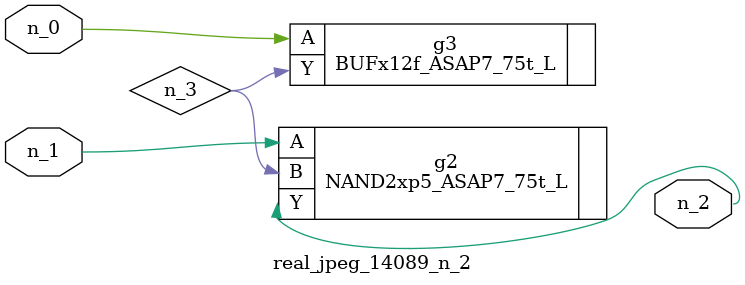
<source format=v>
module real_jpeg_14089_n_2 (n_1, n_0, n_2);

input n_1;
input n_0;

output n_2;

wire n_3;

BUFx12f_ASAP7_75t_L g3 ( 
.A(n_0),
.Y(n_3)
);

NAND2xp5_ASAP7_75t_L g2 ( 
.A(n_1),
.B(n_3),
.Y(n_2)
);


endmodule
</source>
